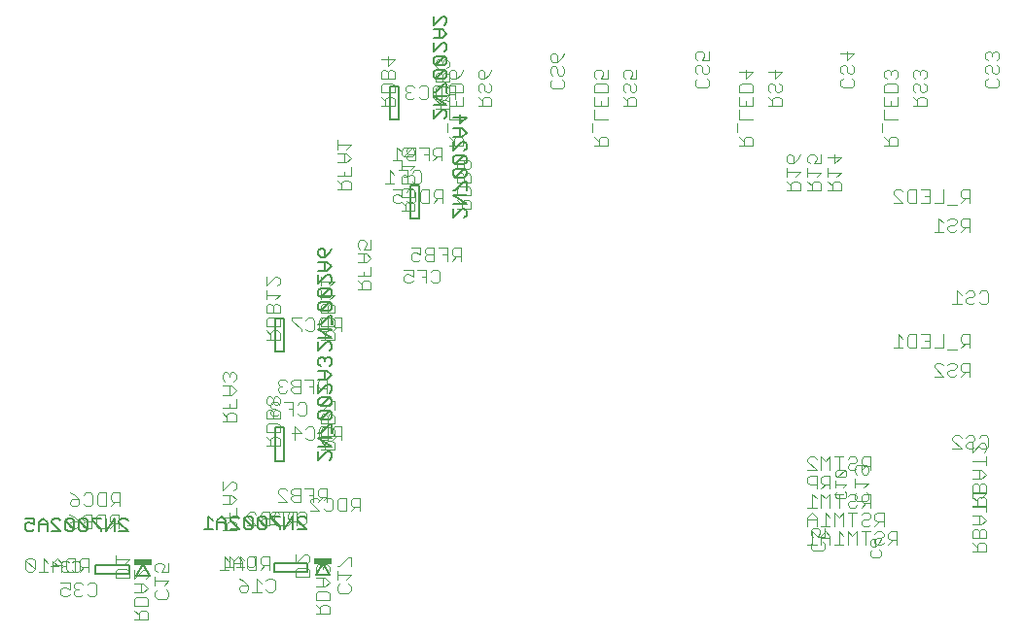
<source format=gbl>
G75*
G70*
%OFA0B0*%
%FSLAX24Y24*%
%IPPOS*%
%LPD*%
%AMOC8*
5,1,8,0,0,1.08239X$1,22.5*
%
%ADD10C,0.0040*%
%ADD11C,0.0060*%
%ADD12C,0.0050*%
%ADD13C,0.0030*%
%ADD14C,0.0080*%
%ADD15R,0.0620X0.0240*%
D10*
X004203Y002252D02*
X004664Y002252D01*
X004664Y002482D01*
X004587Y002559D01*
X004433Y002559D01*
X004357Y002482D01*
X004357Y002252D01*
X004357Y002406D02*
X004203Y002559D01*
X004203Y002713D02*
X004203Y002943D01*
X004280Y003019D01*
X004587Y003019D01*
X004664Y002943D01*
X004664Y002713D01*
X004203Y002713D01*
X004203Y003173D02*
X004510Y003173D01*
X004664Y003326D01*
X004510Y003480D01*
X004203Y003480D01*
X004203Y003633D02*
X004510Y003940D01*
X004587Y003940D01*
X004664Y003864D01*
X004664Y003710D01*
X004587Y003633D01*
X004433Y003480D02*
X004433Y003173D01*
X004912Y003189D02*
X004989Y003266D01*
X004912Y003189D02*
X004912Y003035D01*
X004989Y002959D01*
X005295Y002959D01*
X005372Y003035D01*
X005372Y003189D01*
X005295Y003266D01*
X005219Y003419D02*
X005372Y003572D01*
X004912Y003572D01*
X004912Y003419D02*
X004912Y003726D01*
X004989Y003879D02*
X004912Y003956D01*
X004912Y004110D01*
X004989Y004186D01*
X005142Y004186D01*
X005219Y004110D01*
X005219Y004033D01*
X005142Y003879D01*
X005372Y003879D01*
X005372Y004186D01*
X004203Y003940D02*
X004203Y003633D01*
X004025Y003684D02*
X004025Y003915D01*
X003948Y003991D01*
X003641Y003991D01*
X003564Y003915D01*
X003564Y003684D01*
X004025Y003684D01*
X003871Y004145D02*
X004025Y004298D01*
X003564Y004298D01*
X003564Y004145D02*
X003564Y004452D01*
X002626Y004347D02*
X002626Y003887D01*
X002626Y004040D02*
X002396Y004040D01*
X002319Y004117D01*
X002319Y004271D01*
X002396Y004347D01*
X002626Y004347D01*
X002472Y004040D02*
X002319Y003887D01*
X002165Y003887D02*
X001935Y003887D01*
X001858Y003964D01*
X001858Y004271D01*
X001935Y004347D01*
X002165Y004347D01*
X002165Y003887D01*
X002214Y003511D02*
X002137Y003434D01*
X002137Y003357D01*
X002214Y003281D01*
X002137Y003204D01*
X002137Y003127D01*
X002214Y003050D01*
X002367Y003050D01*
X002444Y003127D01*
X002598Y003127D02*
X002674Y003050D01*
X002828Y003050D01*
X002905Y003127D01*
X002905Y003434D01*
X002828Y003511D01*
X002674Y003511D01*
X002598Y003434D01*
X002444Y003434D02*
X002367Y003511D01*
X002214Y003511D01*
X001984Y003511D02*
X001984Y003281D01*
X001830Y003357D01*
X001754Y003357D01*
X001677Y003281D01*
X001677Y003127D01*
X001754Y003050D01*
X001907Y003050D01*
X001984Y003127D01*
X002214Y003281D02*
X002291Y003281D01*
X001984Y003511D02*
X001677Y003511D01*
X001705Y003887D02*
X001705Y004194D01*
X001551Y004347D01*
X001398Y004194D01*
X001398Y003887D01*
X001245Y003887D02*
X000938Y003887D01*
X001091Y003887D02*
X001091Y004347D01*
X001245Y004194D01*
X001398Y004117D02*
X001705Y004117D01*
X000784Y003964D02*
X000707Y003887D01*
X000554Y003887D01*
X000477Y003964D01*
X000477Y004271D01*
X000784Y003964D01*
X000784Y004271D01*
X000707Y004347D01*
X000554Y004347D01*
X000477Y004271D01*
X001981Y005460D02*
X001981Y005537D01*
X002058Y005613D01*
X002288Y005613D01*
X002288Y005460D01*
X002211Y005383D01*
X002058Y005383D01*
X001981Y005460D01*
X002134Y005767D02*
X002288Y005613D01*
X002441Y005537D02*
X002441Y005460D01*
X002518Y005383D01*
X002748Y005383D01*
X002748Y005843D01*
X002518Y005843D01*
X002441Y005767D01*
X002441Y005690D01*
X002518Y005613D01*
X002748Y005613D01*
X002902Y005460D02*
X002902Y005767D01*
X002978Y005843D01*
X003209Y005843D01*
X003209Y005383D01*
X002978Y005383D01*
X002902Y005460D01*
X002518Y005613D02*
X002441Y005537D01*
X002134Y005767D02*
X001981Y005843D01*
X002079Y006141D02*
X002003Y006218D01*
X002003Y006294D01*
X002079Y006371D01*
X002310Y006371D01*
X002310Y006218D01*
X002233Y006141D01*
X002079Y006141D01*
X002310Y006371D02*
X002156Y006525D01*
X002003Y006601D01*
X002463Y006525D02*
X002540Y006601D01*
X002693Y006601D01*
X002770Y006525D01*
X002770Y006218D01*
X002693Y006141D01*
X002540Y006141D01*
X002463Y006218D01*
X002923Y006218D02*
X002923Y006525D01*
X003000Y006601D01*
X003230Y006601D01*
X003230Y006141D01*
X003000Y006141D01*
X002923Y006218D01*
X003384Y006141D02*
X003537Y006294D01*
X003460Y006294D02*
X003691Y006294D01*
X003691Y006141D02*
X003691Y006601D01*
X003460Y006601D01*
X003384Y006525D01*
X003384Y006371D01*
X003460Y006294D01*
X003439Y005843D02*
X003362Y005767D01*
X003362Y005613D01*
X003439Y005537D01*
X003669Y005537D01*
X003516Y005537D02*
X003362Y005383D01*
X003669Y005383D02*
X003669Y005843D01*
X003439Y005843D01*
X007223Y005762D02*
X007683Y005762D01*
X007683Y006069D01*
X007530Y006222D02*
X007683Y006376D01*
X007530Y006529D01*
X007223Y006529D01*
X007223Y006683D02*
X007530Y006989D01*
X007606Y006989D01*
X007683Y006913D01*
X007683Y006759D01*
X007606Y006683D01*
X007453Y006529D02*
X007453Y006222D01*
X007530Y006222D02*
X007223Y006222D01*
X007453Y005915D02*
X007453Y005762D01*
X007453Y005608D02*
X007376Y005532D01*
X007376Y005301D01*
X007223Y005301D02*
X007683Y005301D01*
X007683Y005532D01*
X007606Y005608D01*
X007453Y005608D01*
X007376Y005455D02*
X007223Y005608D01*
X008073Y005474D02*
X008380Y005474D01*
X008073Y005781D01*
X008073Y005857D01*
X008150Y005934D01*
X008304Y005934D01*
X008380Y005857D01*
X008534Y005857D02*
X008534Y005781D01*
X008611Y005704D01*
X008841Y005704D01*
X008870Y005806D02*
X008870Y005883D01*
X008946Y005960D01*
X009100Y005960D01*
X009177Y005883D01*
X009071Y005934D02*
X009301Y005934D01*
X009301Y005474D01*
X009071Y005474D01*
X008994Y005550D01*
X008994Y005857D01*
X009071Y005934D01*
X008841Y005934D02*
X008611Y005934D01*
X008534Y005857D01*
X008611Y005704D02*
X008534Y005627D01*
X008534Y005550D01*
X008611Y005474D01*
X008841Y005474D01*
X008841Y005934D01*
X008870Y005806D02*
X009177Y005499D01*
X008870Y005499D01*
X009455Y005474D02*
X009608Y005627D01*
X009531Y005627D02*
X009762Y005627D01*
X009791Y005576D02*
X009867Y005499D01*
X010021Y005499D01*
X010097Y005576D01*
X010097Y005883D01*
X010021Y005960D01*
X009867Y005960D01*
X009791Y005883D01*
X009762Y005934D02*
X009531Y005934D01*
X009455Y005857D01*
X009455Y005704D01*
X009531Y005627D01*
X009484Y005729D02*
X009637Y005729D01*
X009637Y005499D02*
X009637Y005960D01*
X009330Y005960D01*
X009762Y005934D02*
X009762Y005474D01*
X010239Y005966D02*
X010546Y005966D01*
X010239Y006273D01*
X010239Y006349D01*
X010316Y006426D01*
X010469Y006426D01*
X010546Y006349D01*
X010501Y006287D02*
X010654Y006440D01*
X010578Y006440D02*
X010808Y006440D01*
X010776Y006426D02*
X010929Y006426D01*
X011006Y006349D01*
X011006Y006042D01*
X010929Y005966D01*
X010776Y005966D01*
X010699Y006042D01*
X010808Y006287D02*
X010808Y006747D01*
X010578Y006747D01*
X010501Y006670D01*
X010501Y006517D01*
X010578Y006440D01*
X010699Y006349D02*
X010776Y006426D01*
X011160Y006349D02*
X011160Y006042D01*
X011236Y005966D01*
X011467Y005966D01*
X011467Y006426D01*
X011236Y006426D01*
X011160Y006349D01*
X011620Y006349D02*
X011620Y006196D01*
X011697Y006119D01*
X011927Y006119D01*
X011927Y005966D02*
X011927Y006426D01*
X011697Y006426D01*
X011620Y006349D01*
X011773Y006119D02*
X011620Y005966D01*
X010347Y006287D02*
X010347Y006747D01*
X010041Y006747D01*
X009887Y006747D02*
X009657Y006747D01*
X009580Y006670D01*
X009580Y006594D01*
X009657Y006517D01*
X009887Y006517D01*
X009887Y006287D02*
X009887Y006747D01*
X009657Y006517D02*
X009580Y006440D01*
X009580Y006363D01*
X009657Y006287D01*
X009887Y006287D01*
X010194Y006517D02*
X010347Y006517D01*
X009427Y006670D02*
X009350Y006747D01*
X009196Y006747D01*
X009120Y006670D01*
X009120Y006594D01*
X009427Y006287D01*
X009120Y006287D01*
X007223Y006683D02*
X007223Y006989D01*
X008723Y008218D02*
X009183Y008218D01*
X009183Y008448D01*
X009106Y008525D01*
X008953Y008525D01*
X008876Y008448D01*
X008876Y008218D01*
X008876Y008371D02*
X008723Y008525D01*
X008723Y008678D02*
X008723Y008908D01*
X008800Y008985D01*
X009106Y008985D01*
X009183Y008908D01*
X009183Y008678D01*
X008723Y008678D01*
X008723Y009139D02*
X008723Y009369D01*
X008800Y009445D01*
X008876Y009445D01*
X008953Y009369D01*
X008953Y009139D01*
X008946Y009239D02*
X009100Y009239D01*
X009177Y009316D01*
X009183Y009369D02*
X009106Y009445D01*
X009030Y009445D01*
X008953Y009369D01*
X008870Y009393D02*
X008870Y009316D01*
X008946Y009239D01*
X008870Y009393D02*
X008946Y009470D01*
X009023Y009470D01*
X008946Y009470D02*
X008870Y009546D01*
X008870Y009623D01*
X008946Y009700D01*
X009100Y009700D01*
X009177Y009623D01*
X009183Y009676D02*
X009183Y009829D01*
X009106Y009906D01*
X009030Y009906D01*
X008953Y009829D01*
X008953Y009676D01*
X009030Y009599D01*
X009106Y009599D01*
X009183Y009676D01*
X009330Y009700D02*
X009637Y009700D01*
X009637Y009239D01*
X009791Y009316D02*
X009867Y009239D01*
X010021Y009239D01*
X010097Y009316D01*
X010097Y009623D01*
X010021Y009700D01*
X009867Y009700D01*
X009791Y009623D01*
X009637Y009470D02*
X009484Y009470D01*
X009183Y009369D02*
X009183Y009139D01*
X008723Y009139D01*
X008800Y009599D02*
X008876Y009599D01*
X008953Y009676D01*
X008953Y009829D02*
X008876Y009906D01*
X008800Y009906D01*
X008723Y009829D01*
X008723Y009676D01*
X008800Y009599D01*
X009196Y010027D02*
X009350Y010027D01*
X009427Y010104D01*
X009580Y010104D02*
X009657Y010027D01*
X009887Y010027D01*
X009887Y010487D01*
X009657Y010487D01*
X009580Y010410D01*
X009580Y010334D01*
X009657Y010257D01*
X009887Y010257D01*
X009657Y010257D02*
X009580Y010180D01*
X009580Y010104D01*
X009273Y010257D02*
X009196Y010257D01*
X009120Y010180D01*
X009120Y010104D01*
X009196Y010027D01*
X009196Y010257D02*
X009120Y010334D01*
X009120Y010410D01*
X009196Y010487D01*
X009350Y010487D01*
X009427Y010410D01*
X010041Y010487D02*
X010347Y010487D01*
X010347Y010027D01*
X010501Y010027D02*
X010654Y010180D01*
X010578Y010180D02*
X010808Y010180D01*
X010808Y010027D02*
X010808Y010487D01*
X010578Y010487D01*
X010501Y010410D01*
X010501Y010257D01*
X010578Y010180D01*
X010347Y010257D02*
X010194Y010257D01*
X010977Y009758D02*
X010670Y009451D01*
X010593Y009451D01*
X010670Y009298D02*
X010593Y009221D01*
X010593Y008991D01*
X011053Y008991D01*
X011053Y009221D01*
X010977Y009298D01*
X010900Y009298D01*
X010823Y009221D01*
X010823Y008991D01*
X010840Y008863D02*
X010609Y008863D01*
X010533Y008786D01*
X010533Y008479D01*
X010609Y008403D01*
X010840Y008403D01*
X010840Y008863D01*
X010977Y008837D02*
X011053Y008761D01*
X011053Y008530D01*
X010593Y008530D01*
X010593Y008761D01*
X010670Y008837D01*
X010977Y008837D01*
X010993Y008786D02*
X010993Y008633D01*
X011070Y008556D01*
X011300Y008556D01*
X011300Y008403D02*
X011300Y008863D01*
X011070Y008863D01*
X010993Y008786D01*
X011147Y008556D02*
X010993Y008403D01*
X010977Y008377D02*
X010823Y008377D01*
X010746Y008300D01*
X010746Y008070D01*
X010593Y008070D02*
X011053Y008070D01*
X011053Y008300D01*
X010977Y008377D01*
X010746Y008224D02*
X010593Y008377D01*
X010379Y008479D02*
X010302Y008403D01*
X010149Y008403D01*
X010072Y008479D01*
X009919Y008633D02*
X009612Y008633D01*
X009689Y008403D02*
X009689Y008863D01*
X009919Y008633D01*
X010072Y008786D02*
X010149Y008863D01*
X010302Y008863D01*
X010379Y008786D01*
X010379Y008479D01*
X010823Y009221D02*
X010746Y009298D01*
X010670Y009298D01*
X011053Y009451D02*
X011053Y009758D01*
X010977Y009758D01*
X011053Y011859D02*
X010593Y011859D01*
X010746Y011859D02*
X010746Y012090D01*
X010823Y012166D01*
X010977Y012166D01*
X011053Y012090D01*
X011053Y011859D01*
X010993Y012143D02*
X011147Y012296D01*
X011070Y012296D02*
X011300Y012296D01*
X011300Y012143D02*
X011300Y012603D01*
X011070Y012603D01*
X010993Y012527D01*
X010993Y012373D01*
X011070Y012296D01*
X011053Y012320D02*
X011053Y012550D01*
X010977Y012627D01*
X010670Y012627D01*
X010593Y012550D01*
X010593Y012320D01*
X011053Y012320D01*
X010840Y012143D02*
X010609Y012143D01*
X010533Y012220D01*
X010533Y012527D01*
X010609Y012603D01*
X010840Y012603D01*
X010840Y012143D01*
X010746Y012013D02*
X010593Y012166D01*
X010379Y012220D02*
X010302Y012143D01*
X010149Y012143D01*
X010072Y012220D01*
X009919Y012220D02*
X009919Y012143D01*
X009919Y012220D02*
X009612Y012527D01*
X009612Y012603D01*
X009919Y012603D01*
X010072Y012527D02*
X010149Y012603D01*
X010302Y012603D01*
X010379Y012527D01*
X010379Y012220D01*
X010593Y012780D02*
X010593Y013010D01*
X010670Y013087D01*
X010746Y013087D01*
X010823Y013010D01*
X010823Y012780D01*
X010593Y012780D02*
X011053Y012780D01*
X011053Y013010D01*
X010977Y013087D01*
X010900Y013087D01*
X010823Y013010D01*
X010900Y013241D02*
X011053Y013394D01*
X010593Y013394D01*
X010593Y013241D02*
X010593Y013548D01*
X010593Y013701D02*
X010593Y014008D01*
X010593Y013854D02*
X011053Y013854D01*
X010900Y013701D01*
X011851Y013581D02*
X012311Y013581D01*
X012311Y013811D01*
X012234Y013888D01*
X012081Y013888D01*
X012004Y013811D01*
X012004Y013581D01*
X012004Y013734D02*
X011851Y013888D01*
X011851Y014041D02*
X012311Y014041D01*
X012311Y014348D01*
X012158Y014502D02*
X012311Y014655D01*
X012158Y014809D01*
X011851Y014809D01*
X011927Y014962D02*
X011851Y015039D01*
X011851Y015192D01*
X011927Y015269D01*
X012081Y015269D01*
X012158Y015192D01*
X012158Y015116D01*
X012081Y014962D01*
X012311Y014962D01*
X012311Y015269D01*
X012081Y014809D02*
X012081Y014502D01*
X012158Y014502D02*
X011851Y014502D01*
X012081Y014195D02*
X012081Y014041D01*
X013443Y014029D02*
X013443Y013875D01*
X013519Y013798D01*
X013673Y013798D01*
X013750Y013875D01*
X013750Y014029D02*
X013596Y014105D01*
X013519Y014105D01*
X013443Y014029D01*
X013443Y014259D02*
X013750Y014259D01*
X013750Y014029D01*
X013903Y014259D02*
X014210Y014259D01*
X014210Y013798D01*
X014363Y013875D02*
X014440Y013798D01*
X014594Y013798D01*
X014670Y013875D01*
X014670Y014182D01*
X014594Y014259D01*
X014440Y014259D01*
X014363Y014182D01*
X014210Y014029D02*
X014056Y014029D01*
X013931Y014546D02*
X014007Y014623D01*
X013931Y014546D02*
X013777Y014546D01*
X013700Y014623D01*
X013700Y014777D01*
X013777Y014853D01*
X013854Y014853D01*
X014007Y014777D01*
X014007Y015007D01*
X013700Y015007D01*
X014161Y014930D02*
X014161Y014853D01*
X014238Y014777D01*
X014468Y014777D01*
X014468Y015007D02*
X014238Y015007D01*
X014161Y014930D01*
X014238Y014777D02*
X014161Y014700D01*
X014161Y014623D01*
X014238Y014546D01*
X014468Y014546D01*
X014468Y015007D01*
X014621Y015007D02*
X014928Y015007D01*
X014928Y014546D01*
X015082Y014546D02*
X015235Y014700D01*
X015158Y014700D02*
X015389Y014700D01*
X015389Y014546D02*
X015389Y015007D01*
X015158Y015007D01*
X015082Y014930D01*
X015082Y014777D01*
X015158Y014700D01*
X014928Y014777D02*
X014775Y014777D01*
X015268Y016338D02*
X015728Y016338D01*
X015728Y016568D01*
X015652Y016645D01*
X015498Y016645D01*
X015422Y016568D01*
X015422Y016338D01*
X015422Y016491D02*
X015268Y016645D01*
X015268Y016798D02*
X015268Y017028D01*
X015345Y017105D01*
X015652Y017105D01*
X015728Y017028D01*
X015728Y016798D01*
X015268Y016798D01*
X015268Y017259D02*
X015268Y017489D01*
X015345Y017566D01*
X015422Y017566D01*
X015498Y017489D01*
X015498Y017259D01*
X015498Y017489D02*
X015575Y017566D01*
X015652Y017566D01*
X015728Y017489D01*
X015728Y017259D01*
X015268Y017259D01*
X015345Y017719D02*
X015268Y017796D01*
X015268Y017949D01*
X015345Y018026D01*
X015652Y018026D01*
X015728Y017949D01*
X015728Y017796D01*
X015652Y017719D01*
X015575Y017719D01*
X015498Y017796D01*
X015498Y018026D01*
X015459Y018505D02*
X014998Y018505D01*
X015152Y018505D02*
X015152Y018735D01*
X015229Y018811D01*
X015382Y018811D01*
X015459Y018735D01*
X015459Y018505D01*
X015152Y018658D02*
X014998Y018811D01*
X014922Y018965D02*
X014922Y019272D01*
X014998Y019425D02*
X014998Y019732D01*
X014990Y019783D02*
X014990Y020013D01*
X014914Y020090D01*
X014760Y020090D01*
X014683Y020013D01*
X014683Y019783D01*
X014530Y019783D02*
X014990Y019783D01*
X014998Y019886D02*
X014998Y020193D01*
X014990Y020243D02*
X014990Y020473D01*
X014914Y020550D01*
X014607Y020550D01*
X014530Y020473D01*
X014530Y020243D01*
X014990Y020243D01*
X014958Y020269D02*
X015188Y020269D01*
X015188Y020115D02*
X015188Y020576D01*
X014958Y020576D01*
X014881Y020499D01*
X014881Y020346D01*
X014958Y020269D01*
X015034Y020269D02*
X014881Y020115D01*
X014727Y020115D02*
X014497Y020115D01*
X014420Y020192D01*
X014420Y020499D01*
X014497Y020576D01*
X014727Y020576D01*
X014727Y020115D01*
X014683Y019936D02*
X014530Y020090D01*
X014267Y020192D02*
X014190Y020115D01*
X014037Y020115D01*
X013960Y020192D01*
X013807Y020192D02*
X013730Y020115D01*
X013576Y020115D01*
X013500Y020192D01*
X013500Y020269D01*
X013576Y020346D01*
X013653Y020346D01*
X013576Y020346D02*
X013500Y020422D01*
X013500Y020499D01*
X013576Y020576D01*
X013730Y020576D01*
X013807Y020499D01*
X013960Y020499D02*
X014037Y020576D01*
X014190Y020576D01*
X014267Y020499D01*
X014267Y020192D01*
X014530Y020703D02*
X014530Y020934D01*
X014607Y021010D01*
X014683Y021010D01*
X014760Y020934D01*
X014760Y020703D01*
X014530Y020703D02*
X014990Y020703D01*
X014990Y020934D01*
X014914Y021010D01*
X014837Y021010D01*
X014760Y020934D01*
X014998Y020883D02*
X014998Y021037D01*
X015075Y021113D01*
X015152Y021113D01*
X015229Y021037D01*
X015229Y020807D01*
X015075Y020807D01*
X014998Y020883D01*
X015075Y020653D02*
X015382Y020653D01*
X015459Y020576D01*
X015459Y020346D01*
X014998Y020346D01*
X014998Y020576D01*
X015075Y020653D01*
X015229Y020807D02*
X015382Y020960D01*
X015459Y021113D01*
X014990Y021241D02*
X014990Y021394D01*
X014914Y021471D01*
X014837Y021471D01*
X014760Y021394D01*
X014683Y021471D01*
X014607Y021471D01*
X014530Y021394D01*
X014530Y021241D01*
X014607Y021164D01*
X014760Y021317D02*
X014760Y021394D01*
X014914Y021164D02*
X014990Y021241D01*
X015983Y021037D02*
X015983Y020883D01*
X016059Y020807D01*
X016213Y020807D01*
X016213Y021037D01*
X016136Y021113D01*
X016059Y021113D01*
X015983Y021037D01*
X016213Y020807D02*
X016366Y020960D01*
X016443Y021113D01*
X016366Y020653D02*
X016443Y020576D01*
X016443Y020423D01*
X016366Y020346D01*
X016290Y020346D01*
X016213Y020423D01*
X016213Y020576D01*
X016136Y020653D01*
X016059Y020653D01*
X015983Y020576D01*
X015983Y020423D01*
X016059Y020346D01*
X015983Y020193D02*
X016136Y020039D01*
X016136Y020116D02*
X016136Y019886D01*
X015983Y019886D02*
X016443Y019886D01*
X016443Y020116D01*
X016366Y020193D01*
X016213Y020193D01*
X016136Y020116D01*
X015459Y020193D02*
X015459Y019886D01*
X014998Y019886D01*
X015229Y019886D02*
X015229Y020039D01*
X015459Y019425D02*
X014998Y019425D01*
X014745Y018460D02*
X014515Y018460D01*
X014438Y018383D01*
X014438Y018229D01*
X014515Y018153D01*
X014745Y018153D01*
X014591Y018153D02*
X014438Y017999D01*
X014284Y017999D02*
X014284Y018460D01*
X013978Y018460D01*
X013824Y018460D02*
X013594Y018460D01*
X013517Y018383D01*
X013517Y018306D01*
X013594Y018229D01*
X013824Y018229D01*
X013809Y018207D02*
X013809Y018360D01*
X013732Y018437D01*
X013426Y018130D01*
X013349Y018207D01*
X013349Y018360D01*
X013426Y018437D01*
X013732Y018437D01*
X013824Y018460D02*
X013824Y017999D01*
X013594Y017999D01*
X013517Y018076D01*
X013517Y018153D01*
X013594Y018229D01*
X013732Y018130D02*
X013809Y018207D01*
X013732Y018130D02*
X013426Y018130D01*
X013364Y017999D02*
X013057Y017999D01*
X013210Y017999D02*
X013210Y018460D01*
X013364Y018306D01*
X013349Y017977D02*
X013349Y017670D01*
X013267Y017672D02*
X013574Y017672D01*
X013574Y017212D01*
X013579Y017209D02*
X013579Y017440D01*
X013502Y017516D01*
X013426Y017516D01*
X013349Y017440D01*
X013349Y017209D01*
X013809Y017209D01*
X013809Y017440D01*
X013732Y017516D01*
X013656Y017516D01*
X013579Y017440D01*
X013574Y017442D02*
X013421Y017442D01*
X013114Y017519D02*
X012960Y017672D01*
X012960Y017212D01*
X012807Y017212D02*
X013114Y017212D01*
X013073Y017005D02*
X013379Y017005D01*
X013379Y016775D01*
X013226Y016851D01*
X013149Y016851D01*
X013073Y016775D01*
X013073Y016621D01*
X013149Y016544D01*
X013303Y016544D01*
X013379Y016621D01*
X013349Y016596D02*
X013502Y016442D01*
X013502Y016519D02*
X013502Y016289D01*
X013349Y016289D02*
X013809Y016289D01*
X013809Y016519D01*
X013732Y016596D01*
X013579Y016596D01*
X013502Y016519D01*
X013533Y016621D02*
X013610Y016544D01*
X013763Y016544D01*
X013840Y016621D01*
X013840Y016928D01*
X013763Y017005D01*
X013610Y017005D01*
X013533Y016928D01*
X013426Y017056D02*
X013732Y017056D01*
X013809Y016979D01*
X013809Y016749D01*
X013349Y016749D01*
X013349Y016979D01*
X013426Y017056D01*
X013728Y017289D02*
X013804Y017212D01*
X013958Y017212D01*
X014034Y017289D01*
X014034Y017595D01*
X013958Y017672D01*
X013804Y017672D01*
X013728Y017595D01*
X013656Y017670D02*
X013809Y017823D01*
X013349Y017823D01*
X014131Y018229D02*
X014284Y018229D01*
X014745Y017999D02*
X014745Y018460D01*
X014761Y017005D02*
X014530Y017005D01*
X014454Y016928D01*
X014454Y016775D01*
X014530Y016698D01*
X014761Y016698D01*
X014761Y016544D02*
X014761Y017005D01*
X014607Y016698D02*
X014454Y016544D01*
X014300Y016544D02*
X014070Y016544D01*
X013993Y016621D01*
X013993Y016928D01*
X014070Y017005D01*
X014300Y017005D01*
X014300Y016544D01*
X011620Y017014D02*
X011620Y017244D01*
X011543Y017321D01*
X011390Y017321D01*
X011313Y017244D01*
X011313Y017014D01*
X011160Y017014D02*
X011620Y017014D01*
X011313Y017167D02*
X011160Y017321D01*
X011160Y017474D02*
X011620Y017474D01*
X011620Y017781D01*
X011467Y017935D02*
X011160Y017935D01*
X011390Y017935D02*
X011390Y018242D01*
X011467Y018242D02*
X011160Y018242D01*
X011160Y018395D02*
X011160Y018702D01*
X011160Y018549D02*
X011620Y018549D01*
X011467Y018395D01*
X011467Y018242D02*
X011620Y018088D01*
X011467Y017935D01*
X011390Y017628D02*
X011390Y017474D01*
X012660Y019881D02*
X013120Y019881D01*
X013120Y020111D01*
X013043Y020188D01*
X012890Y020188D01*
X012813Y020111D01*
X012813Y019881D01*
X012813Y020035D02*
X012660Y020188D01*
X012660Y020341D02*
X012660Y020572D01*
X012737Y020648D01*
X013043Y020648D01*
X013120Y020572D01*
X013120Y020341D01*
X012660Y020341D01*
X012660Y020802D02*
X012660Y021032D01*
X012737Y021109D01*
X012813Y021109D01*
X012890Y021032D01*
X012890Y020802D01*
X012890Y021032D02*
X012967Y021109D01*
X013043Y021109D01*
X013120Y021032D01*
X013120Y020802D01*
X012660Y020802D01*
X012890Y021262D02*
X012890Y021569D01*
X012660Y021492D02*
X013120Y021492D01*
X012890Y021262D01*
X018467Y021158D02*
X018467Y021005D01*
X018544Y020928D01*
X018544Y020775D02*
X018467Y020698D01*
X018467Y020544D01*
X018544Y020468D01*
X018851Y020468D01*
X018927Y020544D01*
X018927Y020698D01*
X018851Y020775D01*
X018851Y020928D02*
X018774Y020928D01*
X018697Y021005D01*
X018697Y021158D01*
X018620Y021235D01*
X018544Y021235D01*
X018467Y021158D01*
X018544Y021389D02*
X018467Y021465D01*
X018467Y021619D01*
X018544Y021695D01*
X018620Y021695D01*
X018697Y021619D01*
X018697Y021389D01*
X018544Y021389D01*
X018697Y021389D02*
X018851Y021542D01*
X018927Y021695D01*
X018851Y021235D02*
X018927Y021158D01*
X018927Y021005D01*
X018851Y020928D01*
X019969Y020883D02*
X020046Y020807D01*
X019969Y020883D02*
X019969Y021037D01*
X020046Y021113D01*
X020199Y021113D01*
X020276Y021037D01*
X020276Y020960D01*
X020199Y020807D01*
X020429Y020807D01*
X020429Y021113D01*
X020953Y021037D02*
X020953Y020883D01*
X021030Y020807D01*
X021183Y020807D02*
X021260Y020960D01*
X021260Y021037D01*
X021183Y021113D01*
X021030Y021113D01*
X020953Y021037D01*
X021183Y020807D02*
X021414Y020807D01*
X021414Y021113D01*
X021337Y020653D02*
X021414Y020576D01*
X021414Y020423D01*
X021337Y020346D01*
X021260Y020346D01*
X021183Y020423D01*
X021183Y020576D01*
X021107Y020653D01*
X021030Y020653D01*
X020953Y020576D01*
X020953Y020423D01*
X021030Y020346D01*
X020953Y020193D02*
X021107Y020039D01*
X021107Y020116D02*
X021107Y019886D01*
X020953Y019886D02*
X021414Y019886D01*
X021414Y020116D01*
X021337Y020193D01*
X021183Y020193D01*
X021107Y020116D01*
X020429Y020193D02*
X020429Y019886D01*
X019969Y019886D01*
X019969Y020193D01*
X019969Y020346D02*
X019969Y020576D01*
X020046Y020653D01*
X020353Y020653D01*
X020429Y020576D01*
X020429Y020346D01*
X019969Y020346D01*
X020199Y020039D02*
X020199Y019886D01*
X019969Y019732D02*
X019969Y019425D01*
X020429Y019425D01*
X019892Y019272D02*
X019892Y018965D01*
X019969Y018811D02*
X020122Y018658D01*
X020122Y018735D02*
X020122Y018505D01*
X019969Y018505D02*
X020429Y018505D01*
X020429Y018735D01*
X020353Y018811D01*
X020199Y018811D01*
X020122Y018735D01*
X023437Y020594D02*
X023514Y020517D01*
X023821Y020517D01*
X023898Y020594D01*
X023898Y020747D01*
X023821Y020824D01*
X023821Y020977D02*
X023744Y020977D01*
X023668Y021054D01*
X023668Y021208D01*
X023591Y021284D01*
X023514Y021284D01*
X023437Y021208D01*
X023437Y021054D01*
X023514Y020977D01*
X023514Y020824D02*
X023437Y020747D01*
X023437Y020594D01*
X023821Y020977D02*
X023898Y021054D01*
X023898Y021208D01*
X023821Y021284D01*
X023898Y021438D02*
X023668Y021438D01*
X023744Y021591D01*
X023744Y021668D01*
X023668Y021745D01*
X023514Y021745D01*
X023437Y021668D01*
X023437Y021514D01*
X023514Y021438D01*
X023898Y021438D02*
X023898Y021745D01*
X024939Y021037D02*
X025400Y021037D01*
X025170Y020807D01*
X025170Y021113D01*
X025323Y020653D02*
X025016Y020653D01*
X024939Y020576D01*
X024939Y020346D01*
X025400Y020346D01*
X025400Y020576D01*
X025323Y020653D01*
X025400Y020193D02*
X025400Y019886D01*
X024939Y019886D01*
X024939Y020193D01*
X025170Y020039D02*
X025170Y019886D01*
X024939Y019732D02*
X024939Y019425D01*
X025400Y019425D01*
X024863Y019272D02*
X024863Y018965D01*
X024939Y018811D02*
X025093Y018658D01*
X025093Y018735D02*
X025093Y018505D01*
X024939Y018505D02*
X025400Y018505D01*
X025400Y018735D01*
X025323Y018811D01*
X025170Y018811D01*
X025093Y018735D01*
X025924Y019886D02*
X026384Y019886D01*
X026384Y020116D01*
X026307Y020193D01*
X026154Y020193D01*
X026077Y020116D01*
X026077Y019886D01*
X026077Y020039D02*
X025924Y020193D01*
X026000Y020346D02*
X025924Y020423D01*
X025924Y020576D01*
X026000Y020653D01*
X026077Y020653D01*
X026154Y020576D01*
X026154Y020423D01*
X026231Y020346D01*
X026307Y020346D01*
X026384Y020423D01*
X026384Y020576D01*
X026307Y020653D01*
X026154Y020807D02*
X026154Y021113D01*
X025924Y021037D02*
X026384Y021037D01*
X026154Y020807D01*
X028408Y020747D02*
X028485Y020824D01*
X028408Y020747D02*
X028408Y020594D01*
X028485Y020517D01*
X028792Y020517D01*
X028868Y020594D01*
X028868Y020747D01*
X028792Y020824D01*
X028792Y020977D02*
X028715Y020977D01*
X028638Y021054D01*
X028638Y021208D01*
X028561Y021284D01*
X028485Y021284D01*
X028408Y021208D01*
X028408Y021054D01*
X028485Y020977D01*
X028792Y020977D02*
X028868Y021054D01*
X028868Y021208D01*
X028792Y021284D01*
X028638Y021438D02*
X028638Y021745D01*
X028408Y021668D02*
X028868Y021668D01*
X028638Y021438D01*
X029910Y021037D02*
X029910Y020883D01*
X029987Y020807D01*
X029987Y020653D02*
X029910Y020576D01*
X029910Y020346D01*
X030370Y020346D01*
X030370Y020576D01*
X030293Y020653D01*
X029987Y020653D01*
X030293Y020807D02*
X030370Y020883D01*
X030370Y021037D01*
X030293Y021113D01*
X030217Y021113D01*
X030140Y021037D01*
X030063Y021113D01*
X029987Y021113D01*
X029910Y021037D01*
X030140Y021037D02*
X030140Y020960D01*
X030894Y021037D02*
X030894Y020883D01*
X030971Y020807D01*
X030971Y020653D02*
X030894Y020576D01*
X030894Y020423D01*
X030971Y020346D01*
X031124Y020423D02*
X031124Y020576D01*
X031048Y020653D01*
X030971Y020653D01*
X031124Y020423D02*
X031201Y020346D01*
X031278Y020346D01*
X031354Y020423D01*
X031354Y020576D01*
X031278Y020653D01*
X031278Y020807D02*
X031354Y020883D01*
X031354Y021037D01*
X031278Y021113D01*
X031201Y021113D01*
X031124Y021037D01*
X031048Y021113D01*
X030971Y021113D01*
X030894Y021037D01*
X031124Y021037D02*
X031124Y020960D01*
X031124Y020193D02*
X031048Y020116D01*
X031048Y019886D01*
X031048Y020039D02*
X030894Y020193D01*
X031124Y020193D02*
X031278Y020193D01*
X031354Y020116D01*
X031354Y019886D01*
X030894Y019886D01*
X030370Y019886D02*
X030370Y020193D01*
X030140Y020039D02*
X030140Y019886D01*
X029910Y019886D02*
X029910Y020193D01*
X029910Y019886D02*
X030370Y019886D01*
X030370Y019425D02*
X029910Y019425D01*
X029910Y019732D01*
X029833Y019272D02*
X029833Y018965D01*
X029910Y018811D02*
X030063Y018658D01*
X030063Y018735D02*
X030063Y018505D01*
X029910Y018505D02*
X030370Y018505D01*
X030370Y018735D01*
X030293Y018811D01*
X030140Y018811D01*
X030063Y018735D01*
X028425Y018129D02*
X028195Y017898D01*
X028195Y018205D01*
X027965Y018129D02*
X028425Y018129D01*
X028425Y017591D02*
X027965Y017591D01*
X027965Y017438D02*
X027965Y017745D01*
X027736Y017898D02*
X027506Y017898D01*
X027583Y018052D01*
X027583Y018129D01*
X027506Y018205D01*
X027353Y018205D01*
X027276Y018129D01*
X027276Y017975D01*
X027353Y017898D01*
X027276Y017745D02*
X027276Y017438D01*
X027276Y017591D02*
X027736Y017591D01*
X027583Y017438D01*
X027660Y017284D02*
X027506Y017284D01*
X027429Y017208D01*
X027429Y016978D01*
X027429Y017131D02*
X027276Y017284D01*
X027016Y017214D02*
X027016Y016983D01*
X026555Y016983D01*
X026709Y016983D02*
X026709Y017214D01*
X026786Y017290D01*
X026939Y017290D01*
X027016Y017214D01*
X026862Y017444D02*
X027016Y017597D01*
X026555Y017597D01*
X026555Y017444D02*
X026555Y017751D01*
X026632Y017904D02*
X026555Y017981D01*
X026555Y018134D01*
X026632Y018211D01*
X026709Y018211D01*
X026786Y018134D01*
X026786Y017904D01*
X026632Y017904D01*
X026786Y017904D02*
X026939Y018058D01*
X027016Y018211D01*
X027736Y018205D02*
X027736Y017898D01*
X028272Y017438D02*
X028425Y017591D01*
X028349Y017284D02*
X028195Y017284D01*
X028118Y017208D01*
X028118Y016978D01*
X028118Y017131D02*
X027965Y017284D01*
X027736Y017208D02*
X027736Y016978D01*
X027276Y016978D01*
X027660Y017284D02*
X027736Y017208D01*
X027965Y016978D02*
X028425Y016978D01*
X028425Y017208D01*
X028349Y017284D01*
X026709Y017137D02*
X026555Y017290D01*
X030233Y016930D02*
X030233Y016853D01*
X030540Y016546D01*
X030233Y016546D01*
X030233Y016930D02*
X030310Y017007D01*
X030464Y017007D01*
X030540Y016930D01*
X030694Y016930D02*
X030770Y017007D01*
X031001Y017007D01*
X031001Y016546D01*
X030770Y016546D01*
X030694Y016623D01*
X030694Y016930D01*
X031154Y017007D02*
X031461Y017007D01*
X031461Y016546D01*
X031154Y016546D01*
X031308Y016777D02*
X031461Y016777D01*
X031615Y016546D02*
X031921Y016546D01*
X031921Y017007D01*
X032075Y016470D02*
X032382Y016470D01*
X032535Y016546D02*
X032689Y016700D01*
X032612Y016700D02*
X032842Y016700D01*
X032842Y016546D02*
X032842Y017007D01*
X032612Y017007D01*
X032535Y016930D01*
X032535Y016777D01*
X032612Y016700D01*
X032612Y016023D02*
X032535Y015946D01*
X032535Y015792D01*
X032612Y015716D01*
X032842Y015716D01*
X032689Y015716D02*
X032535Y015562D01*
X032382Y015639D02*
X032305Y015562D01*
X032152Y015562D01*
X032075Y015639D01*
X032075Y015716D01*
X032152Y015792D01*
X032305Y015792D01*
X032382Y015869D01*
X032382Y015946D01*
X032305Y016023D01*
X032152Y016023D01*
X032075Y015946D01*
X031921Y015869D02*
X031768Y016023D01*
X031768Y015562D01*
X031921Y015562D02*
X031615Y015562D01*
X032612Y016023D02*
X032842Y016023D01*
X032842Y015562D01*
X032783Y013538D02*
X032706Y013462D01*
X032783Y013538D02*
X032936Y013538D01*
X033013Y013462D01*
X033013Y013385D01*
X032936Y013308D01*
X032783Y013308D01*
X032706Y013231D01*
X032706Y013155D01*
X032783Y013078D01*
X032936Y013078D01*
X033013Y013155D01*
X033167Y013155D02*
X033243Y013078D01*
X033397Y013078D01*
X033473Y013155D01*
X033473Y013462D01*
X033397Y013538D01*
X033243Y013538D01*
X033167Y013462D01*
X032553Y013385D02*
X032399Y013538D01*
X032399Y013078D01*
X032246Y013078D02*
X032553Y013078D01*
X032612Y012036D02*
X032535Y011960D01*
X032535Y011806D01*
X032612Y011729D01*
X032842Y011729D01*
X032842Y011576D02*
X032842Y012036D01*
X032612Y012036D01*
X032689Y011729D02*
X032535Y011576D01*
X032382Y011499D02*
X032075Y011499D01*
X031921Y011576D02*
X031615Y011576D01*
X031461Y011576D02*
X031154Y011576D01*
X031001Y011576D02*
X030770Y011576D01*
X030694Y011653D01*
X030694Y011960D01*
X030770Y012036D01*
X031001Y012036D01*
X031001Y011576D01*
X031308Y011806D02*
X031461Y011806D01*
X031461Y012036D02*
X031461Y011576D01*
X031921Y011576D02*
X031921Y012036D01*
X031461Y012036D02*
X031154Y012036D01*
X030540Y011883D02*
X030387Y012036D01*
X030387Y011576D01*
X030540Y011576D02*
X030233Y011576D01*
X031615Y010975D02*
X031691Y011052D01*
X031845Y011052D01*
X031921Y010975D01*
X032075Y010975D02*
X032152Y011052D01*
X032305Y011052D01*
X032382Y010975D01*
X032382Y010899D01*
X032305Y010822D01*
X032152Y010822D01*
X032075Y010745D01*
X032075Y010668D01*
X032152Y010592D01*
X032305Y010592D01*
X032382Y010668D01*
X032535Y010592D02*
X032689Y010745D01*
X032612Y010745D02*
X032842Y010745D01*
X032842Y010592D02*
X032842Y011052D01*
X032612Y011052D01*
X032535Y010975D01*
X032535Y010822D01*
X032612Y010745D01*
X031921Y010592D02*
X031615Y010899D01*
X031615Y010975D01*
X031615Y010592D02*
X031921Y010592D01*
X032322Y008568D02*
X032476Y008568D01*
X032553Y008491D01*
X032706Y008491D02*
X032783Y008568D01*
X032936Y008568D01*
X033013Y008491D01*
X033013Y008414D01*
X032936Y008338D01*
X032783Y008338D01*
X032706Y008261D01*
X032706Y008184D01*
X032783Y008107D01*
X032936Y008107D01*
X033013Y008184D01*
X032935Y008299D02*
X032935Y007992D01*
X033242Y008299D01*
X033319Y008299D01*
X033396Y008223D01*
X033396Y008069D01*
X033319Y007992D01*
X033243Y008107D02*
X033167Y008184D01*
X033243Y008107D02*
X033397Y008107D01*
X033473Y008184D01*
X033473Y008491D01*
X033397Y008568D01*
X033243Y008568D01*
X033167Y008491D01*
X032553Y008107D02*
X032246Y008414D01*
X032246Y008491D01*
X032322Y008568D01*
X032246Y008107D02*
X032553Y008107D01*
X032935Y007685D02*
X033396Y007685D01*
X033396Y007532D02*
X033396Y007839D01*
X033242Y007379D02*
X032935Y007379D01*
X033166Y007379D02*
X033166Y007072D01*
X033242Y007072D02*
X033396Y007225D01*
X033242Y007379D01*
X033242Y007072D02*
X032935Y007072D01*
X033012Y006918D02*
X032935Y006841D01*
X032935Y006611D01*
X033396Y006611D01*
X033396Y006841D01*
X033319Y006918D01*
X033242Y006918D01*
X033166Y006841D01*
X033166Y006611D01*
X033166Y006458D02*
X033089Y006381D01*
X033089Y006151D01*
X033089Y006304D02*
X032935Y006458D01*
X032935Y006418D02*
X032935Y006724D01*
X032935Y006571D02*
X033396Y006571D01*
X033242Y006418D01*
X033166Y006458D02*
X033319Y006458D01*
X033396Y006381D01*
X033396Y006151D01*
X032935Y006151D01*
X032935Y006111D02*
X033396Y006111D01*
X033396Y006264D02*
X033396Y005957D01*
X033242Y005804D02*
X032935Y005804D01*
X033166Y005804D02*
X033166Y005497D01*
X033242Y005497D02*
X033396Y005650D01*
X033242Y005804D01*
X033242Y005497D02*
X032935Y005497D01*
X033012Y005343D02*
X032935Y005267D01*
X032935Y005036D01*
X033396Y005036D01*
X033396Y005267D01*
X033319Y005343D01*
X033242Y005343D01*
X033166Y005267D01*
X033166Y005036D01*
X033166Y004883D02*
X033089Y004806D01*
X033089Y004576D01*
X033089Y004729D02*
X032935Y004883D01*
X033166Y004883D02*
X033319Y004883D01*
X033396Y004806D01*
X033396Y004576D01*
X032935Y004576D01*
X033166Y005267D02*
X033089Y005343D01*
X033012Y005343D01*
X033166Y006841D02*
X033089Y006918D01*
X033012Y006918D01*
X030348Y005271D02*
X030118Y005271D01*
X030042Y005194D01*
X030042Y005040D01*
X030118Y004964D01*
X030348Y004964D01*
X030195Y004964D02*
X030042Y004810D01*
X029888Y004887D02*
X029811Y004810D01*
X029658Y004810D01*
X029581Y004887D01*
X029581Y004964D01*
X029658Y005040D01*
X029811Y005040D01*
X029888Y005117D01*
X029888Y005194D01*
X029811Y005271D01*
X029658Y005271D01*
X029581Y005194D01*
X029428Y005271D02*
X029121Y005271D01*
X029274Y005271D02*
X029274Y004810D01*
X028967Y004810D02*
X028967Y005271D01*
X028814Y005117D01*
X028660Y005271D01*
X028660Y004810D01*
X028507Y004810D02*
X028200Y004810D01*
X028353Y004810D02*
X028353Y005271D01*
X028507Y005117D01*
X028507Y005450D02*
X028507Y005910D01*
X028353Y005757D01*
X028200Y005910D01*
X028200Y005450D01*
X028047Y005450D02*
X027740Y005450D01*
X027632Y005377D02*
X027479Y005377D01*
X027402Y005301D01*
X027402Y005147D01*
X027479Y005070D01*
X027586Y005117D02*
X027433Y005271D01*
X027433Y004810D01*
X027402Y004840D02*
X027479Y004917D01*
X027402Y004840D02*
X027402Y004687D01*
X027479Y004610D01*
X027786Y004610D01*
X027862Y004687D01*
X027862Y004840D01*
X027786Y004917D01*
X027740Y004810D02*
X027740Y005117D01*
X027893Y005271D01*
X028047Y005117D01*
X028047Y004810D01*
X028047Y005040D02*
X027740Y005040D01*
X027632Y005070D02*
X027709Y005224D01*
X027709Y005301D01*
X027632Y005377D01*
X027586Y005450D02*
X027586Y005757D01*
X027433Y005910D01*
X027279Y005757D01*
X027279Y005450D01*
X027279Y005680D02*
X027586Y005680D01*
X027893Y005910D02*
X027893Y005450D01*
X027862Y005377D02*
X027862Y005070D01*
X027632Y005070D01*
X027586Y004810D02*
X027279Y004810D01*
X028047Y005757D02*
X027893Y005910D01*
X027740Y006090D02*
X027740Y006550D01*
X027893Y006397D01*
X028047Y006550D01*
X028047Y006090D01*
X028353Y006090D02*
X028353Y006550D01*
X028200Y006550D02*
X028507Y006550D01*
X028660Y006473D02*
X028737Y006550D01*
X028891Y006550D01*
X028967Y006473D01*
X028967Y006397D01*
X028891Y006320D01*
X028737Y006320D01*
X028660Y006243D01*
X028660Y006166D01*
X028737Y006090D01*
X028891Y006090D01*
X028967Y006166D01*
X028975Y006302D02*
X028898Y006379D01*
X028898Y006533D01*
X028975Y006609D01*
X028898Y006763D02*
X028898Y007070D01*
X028898Y006916D02*
X029358Y006916D01*
X029205Y006763D01*
X029282Y006609D02*
X029358Y006533D01*
X029358Y006379D01*
X029282Y006302D01*
X028975Y006302D01*
X029121Y006320D02*
X029197Y006243D01*
X029428Y006243D01*
X029428Y006090D02*
X029428Y006550D01*
X029197Y006550D01*
X029121Y006473D01*
X029121Y006320D01*
X029274Y006243D02*
X029121Y006090D01*
X029198Y005910D02*
X029351Y005910D01*
X029428Y005834D01*
X029428Y005757D01*
X029351Y005680D01*
X029198Y005680D01*
X029121Y005603D01*
X029121Y005527D01*
X029198Y005450D01*
X029351Y005450D01*
X029428Y005527D01*
X029581Y005450D02*
X029735Y005603D01*
X029658Y005603D02*
X029888Y005603D01*
X029888Y005450D02*
X029888Y005910D01*
X029658Y005910D01*
X029581Y005834D01*
X029581Y005680D01*
X029658Y005603D01*
X029198Y005910D02*
X029121Y005834D01*
X028967Y005910D02*
X028660Y005910D01*
X028814Y005910D02*
X028814Y005450D01*
X027586Y006090D02*
X027279Y006090D01*
X027433Y006090D02*
X027433Y006550D01*
X027586Y006397D01*
X027586Y006730D02*
X027586Y007190D01*
X027356Y007190D01*
X027279Y007113D01*
X027279Y006960D01*
X027356Y006883D01*
X027586Y006883D01*
X027740Y006960D02*
X027816Y006883D01*
X028047Y006883D01*
X028047Y006730D02*
X028047Y007190D01*
X027816Y007190D01*
X027740Y007113D01*
X027740Y006960D01*
X027893Y006883D02*
X027740Y006730D01*
X027740Y007369D02*
X027740Y007830D01*
X027893Y007676D01*
X028047Y007830D01*
X028047Y007369D01*
X028353Y007369D02*
X028353Y007830D01*
X028200Y007830D02*
X028507Y007830D01*
X028660Y007753D02*
X028737Y007830D01*
X028891Y007830D01*
X028967Y007753D01*
X028967Y007676D01*
X028891Y007599D01*
X028737Y007599D01*
X028660Y007523D01*
X028660Y007446D01*
X028737Y007369D01*
X028891Y007369D01*
X028967Y007446D01*
X028898Y007453D02*
X028975Y007530D01*
X029282Y007530D01*
X029358Y007453D01*
X029358Y007300D01*
X029282Y007223D01*
X029205Y007223D01*
X029128Y007300D01*
X029128Y007530D01*
X029121Y007599D02*
X029197Y007523D01*
X029428Y007523D01*
X029428Y007369D02*
X029428Y007830D01*
X029197Y007830D01*
X029121Y007753D01*
X029121Y007599D01*
X029274Y007523D02*
X029121Y007369D01*
X028975Y007223D02*
X028898Y007300D01*
X028898Y007453D01*
X027586Y007369D02*
X027279Y007676D01*
X027279Y007753D01*
X027356Y007830D01*
X027509Y007830D01*
X027586Y007753D01*
X027586Y007369D02*
X027279Y007369D01*
X030348Y005271D02*
X030348Y004810D01*
X011620Y004385D02*
X011620Y004078D01*
X011620Y003771D02*
X011160Y003771D01*
X011160Y003618D02*
X011160Y003925D01*
X011160Y004078D02*
X011237Y004078D01*
X011543Y004385D01*
X011620Y004385D01*
X011620Y003771D02*
X011467Y003618D01*
X011543Y003464D02*
X011620Y003388D01*
X011620Y003234D01*
X011543Y003157D01*
X011237Y003157D01*
X011160Y003234D01*
X011160Y003388D01*
X011237Y003464D01*
X010882Y003521D02*
X010729Y003675D01*
X010422Y003675D01*
X010498Y003828D02*
X010422Y003905D01*
X010422Y004058D01*
X010498Y004135D01*
X010575Y004135D01*
X010652Y004058D01*
X010652Y003982D01*
X010652Y004058D02*
X010729Y004135D01*
X010805Y004135D01*
X010882Y004058D01*
X010882Y003905D01*
X010805Y003828D01*
X010652Y003675D02*
X010652Y003368D01*
X010729Y003368D02*
X010422Y003368D01*
X010498Y003214D02*
X010805Y003214D01*
X010882Y003138D01*
X010882Y002907D01*
X010422Y002907D01*
X010422Y003138D01*
X010498Y003214D01*
X010729Y003368D02*
X010882Y003521D01*
X010194Y003718D02*
X010194Y003948D01*
X010117Y004025D01*
X009810Y004025D01*
X009733Y003948D01*
X009733Y003718D01*
X010194Y003718D01*
X010117Y004178D02*
X010194Y004255D01*
X010194Y004408D01*
X010117Y004485D01*
X010040Y004485D01*
X009733Y004178D01*
X009733Y004485D01*
X008827Y004408D02*
X008827Y003948D01*
X008827Y004101D02*
X008596Y004101D01*
X008520Y004178D01*
X008520Y004332D01*
X008596Y004408D01*
X008827Y004408D01*
X008366Y004408D02*
X008136Y004408D01*
X008059Y004332D01*
X008059Y004025D01*
X008136Y003948D01*
X008366Y003948D01*
X008366Y004408D01*
X008673Y004101D02*
X008520Y003948D01*
X008401Y003647D02*
X008401Y003186D01*
X008554Y003186D02*
X008247Y003186D01*
X008094Y003263D02*
X008017Y003186D01*
X007864Y003186D01*
X007787Y003263D01*
X007787Y003340D01*
X007864Y003416D01*
X008094Y003416D01*
X008094Y003263D01*
X008094Y003416D02*
X007941Y003570D01*
X007787Y003647D01*
X007906Y003948D02*
X007906Y004255D01*
X007752Y004408D01*
X007599Y004255D01*
X007599Y003948D01*
X007445Y003948D02*
X007138Y003948D01*
X007292Y003948D02*
X007292Y004408D01*
X007445Y004255D01*
X007599Y004178D02*
X007906Y004178D01*
X008401Y003647D02*
X008554Y003493D01*
X008708Y003570D02*
X008785Y003647D01*
X008938Y003647D01*
X009015Y003570D01*
X009015Y003263D01*
X008938Y003186D01*
X008785Y003186D01*
X008708Y003263D01*
X010422Y002754D02*
X010575Y002600D01*
X010575Y002677D02*
X010575Y002447D01*
X010422Y002447D02*
X010882Y002447D01*
X010882Y002677D01*
X010805Y002754D01*
X010652Y002754D01*
X010575Y002677D01*
X007683Y009041D02*
X007223Y009041D01*
X007376Y009041D02*
X007376Y009272D01*
X007453Y009348D01*
X007606Y009348D01*
X007683Y009272D01*
X007683Y009041D01*
X007376Y009195D02*
X007223Y009348D01*
X007223Y009502D02*
X007683Y009502D01*
X007683Y009809D01*
X007530Y009962D02*
X007683Y010116D01*
X007530Y010269D01*
X007223Y010269D01*
X007300Y010423D02*
X007223Y010499D01*
X007223Y010653D01*
X007300Y010730D01*
X007376Y010730D01*
X007453Y010653D01*
X007453Y010576D01*
X007453Y010653D02*
X007530Y010730D01*
X007606Y010730D01*
X007683Y010653D01*
X007683Y010499D01*
X007606Y010423D01*
X007453Y010269D02*
X007453Y009962D01*
X007530Y009962D02*
X007223Y009962D01*
X007453Y009655D02*
X007453Y009502D01*
X008723Y011859D02*
X009183Y011859D01*
X009183Y012090D01*
X009106Y012166D01*
X008953Y012166D01*
X008876Y012090D01*
X008876Y011859D01*
X008876Y012013D02*
X008723Y012166D01*
X008723Y012320D02*
X008723Y012550D01*
X008800Y012627D01*
X009106Y012627D01*
X009183Y012550D01*
X009183Y012320D01*
X008723Y012320D01*
X008723Y012780D02*
X008723Y013010D01*
X008800Y013087D01*
X008876Y013087D01*
X008953Y013010D01*
X008953Y012780D01*
X008723Y012780D02*
X009183Y012780D01*
X009183Y013010D01*
X009106Y013087D01*
X009030Y013087D01*
X008953Y013010D01*
X009030Y013241D02*
X009183Y013394D01*
X008723Y013394D01*
X008723Y013241D02*
X008723Y013548D01*
X008723Y013701D02*
X009030Y014008D01*
X009106Y014008D01*
X009183Y013931D01*
X009183Y013778D01*
X009106Y013701D01*
X008723Y013701D02*
X008723Y014008D01*
X033378Y020594D02*
X033378Y020747D01*
X033455Y020824D01*
X033455Y020977D02*
X033378Y021054D01*
X033378Y021208D01*
X033455Y021284D01*
X033532Y021284D01*
X033609Y021208D01*
X033609Y021054D01*
X033685Y020977D01*
X033762Y020977D01*
X033839Y021054D01*
X033839Y021208D01*
X033762Y021284D01*
X033762Y021438D02*
X033839Y021514D01*
X033839Y021668D01*
X033762Y021745D01*
X033685Y021745D01*
X033609Y021668D01*
X033532Y021745D01*
X033455Y021745D01*
X033378Y021668D01*
X033378Y021514D01*
X033455Y021438D01*
X033609Y021591D02*
X033609Y021668D01*
X033762Y020824D02*
X033839Y020747D01*
X033839Y020594D01*
X033762Y020517D01*
X033455Y020517D01*
X033378Y020594D01*
D11*
X013963Y017148D02*
X013963Y016008D01*
X013663Y016008D01*
X013663Y017148D01*
X013963Y017148D01*
X013274Y019403D02*
X012974Y019403D01*
X012974Y020543D01*
X013274Y020543D01*
X013274Y019403D01*
X009337Y012571D02*
X009037Y012571D01*
X009037Y011431D01*
X009337Y011431D01*
X009337Y012571D01*
X009337Y008831D02*
X009037Y008831D01*
X009037Y007691D01*
X009337Y007691D01*
X009337Y008831D01*
X009001Y004169D02*
X009001Y003869D01*
X010141Y003869D01*
X010141Y004169D01*
X009001Y004169D01*
X004017Y004102D02*
X004017Y003802D01*
X002877Y003802D01*
X002877Y004102D01*
X004017Y004102D01*
D12*
X003982Y005277D02*
X003681Y005277D01*
X003521Y005277D02*
X003521Y005727D01*
X003221Y005277D01*
X003221Y005727D01*
X003061Y005727D02*
X002761Y005727D01*
X002761Y005652D01*
X003061Y005352D01*
X003061Y005277D01*
X002601Y005352D02*
X002300Y005652D01*
X002300Y005352D01*
X002375Y005277D01*
X002526Y005277D01*
X002601Y005352D01*
X002601Y005652D01*
X002526Y005727D01*
X002375Y005727D01*
X002300Y005652D01*
X002140Y005652D02*
X002065Y005727D01*
X001915Y005727D01*
X001840Y005652D01*
X002140Y005352D01*
X002065Y005277D01*
X001915Y005277D01*
X001840Y005352D01*
X001840Y005652D01*
X001680Y005652D02*
X001605Y005727D01*
X001455Y005727D01*
X001380Y005652D01*
X001380Y005577D01*
X001680Y005277D01*
X001380Y005277D01*
X001219Y005277D02*
X001219Y005577D01*
X001069Y005727D01*
X000919Y005577D01*
X000919Y005277D01*
X000759Y005352D02*
X000684Y005277D01*
X000534Y005277D01*
X000459Y005352D01*
X000459Y005502D01*
X000534Y005577D01*
X000609Y005577D01*
X000759Y005502D01*
X000759Y005727D01*
X000459Y005727D01*
X000919Y005502D02*
X001219Y005502D01*
X002140Y005352D02*
X002140Y005652D01*
X003681Y005652D02*
X003757Y005727D01*
X003907Y005727D01*
X003982Y005652D01*
X003681Y005652D02*
X003681Y005577D01*
X003982Y005277D01*
X006583Y005344D02*
X006883Y005344D01*
X006733Y005344D02*
X006733Y005794D01*
X006883Y005644D01*
X007043Y005644D02*
X007043Y005344D01*
X007043Y005569D02*
X007343Y005569D01*
X007343Y005644D02*
X007193Y005794D01*
X007043Y005644D01*
X007343Y005644D02*
X007343Y005344D01*
X007504Y005344D02*
X007804Y005344D01*
X007504Y005644D01*
X007504Y005719D01*
X007579Y005794D01*
X007729Y005794D01*
X007804Y005719D01*
X007964Y005719D02*
X007964Y005419D01*
X008039Y005344D01*
X008189Y005344D01*
X008264Y005419D01*
X007964Y005719D01*
X008039Y005794D01*
X008189Y005794D01*
X008264Y005719D01*
X008264Y005419D01*
X008424Y005419D02*
X008499Y005344D01*
X008650Y005344D01*
X008725Y005419D01*
X008424Y005719D01*
X008424Y005419D01*
X008424Y005719D02*
X008499Y005794D01*
X008650Y005794D01*
X008725Y005719D01*
X008725Y005419D01*
X008885Y005719D02*
X009185Y005419D01*
X009185Y005344D01*
X009345Y005344D02*
X009345Y005794D01*
X009185Y005794D02*
X008885Y005794D01*
X008885Y005719D01*
X009345Y005344D02*
X009645Y005794D01*
X009645Y005344D01*
X009806Y005344D02*
X010106Y005344D01*
X009806Y005644D01*
X009806Y005719D01*
X009881Y005794D01*
X010031Y005794D01*
X010106Y005719D01*
X010512Y007726D02*
X010812Y008026D01*
X010887Y008026D01*
X010962Y007951D01*
X010962Y007801D01*
X010887Y007726D01*
X010512Y007726D02*
X010512Y008026D01*
X010512Y008186D02*
X010962Y008186D01*
X010512Y008487D01*
X010962Y008487D01*
X010962Y008647D02*
X010962Y008947D01*
X010887Y008947D01*
X010587Y008647D01*
X010512Y008647D01*
X010587Y009107D02*
X010887Y009407D01*
X010587Y009407D01*
X010512Y009332D01*
X010512Y009182D01*
X010587Y009107D01*
X010887Y009107D01*
X010962Y009182D01*
X010962Y009332D01*
X010887Y009407D01*
X010887Y009567D02*
X010587Y009567D01*
X010887Y009868D01*
X010587Y009868D01*
X010512Y009793D01*
X010512Y009643D01*
X010587Y009567D01*
X010887Y009567D02*
X010962Y009643D01*
X010962Y009793D01*
X010887Y009868D01*
X010887Y010028D02*
X010962Y010103D01*
X010962Y010253D01*
X010887Y010328D01*
X010812Y010328D01*
X010512Y010028D01*
X010512Y010328D01*
X010512Y010488D02*
X010812Y010488D01*
X010962Y010638D01*
X010812Y010788D01*
X010512Y010788D01*
X010587Y010949D02*
X010512Y011024D01*
X010512Y011174D01*
X010587Y011249D01*
X010662Y011249D01*
X010737Y011174D01*
X010737Y011099D01*
X010737Y011174D02*
X010812Y011249D01*
X010887Y011249D01*
X010962Y011174D01*
X010962Y011024D01*
X010887Y010949D01*
X010737Y010788D02*
X010737Y010488D01*
X010887Y011466D02*
X010962Y011541D01*
X010962Y011691D01*
X010887Y011766D01*
X010812Y011766D01*
X010512Y011466D01*
X010512Y011766D01*
X010512Y011926D02*
X010962Y011926D01*
X010512Y012227D01*
X010962Y012227D01*
X010962Y012387D02*
X010962Y012687D01*
X010887Y012687D01*
X010587Y012387D01*
X010512Y012387D01*
X010587Y012847D02*
X010887Y013147D01*
X010587Y013147D01*
X010512Y013072D01*
X010512Y012922D01*
X010587Y012847D01*
X010887Y012847D01*
X010962Y012922D01*
X010962Y013072D01*
X010887Y013147D01*
X010887Y013308D02*
X010587Y013308D01*
X010887Y013608D01*
X010587Y013608D01*
X010512Y013533D01*
X010512Y013383D01*
X010587Y013308D01*
X010887Y013308D02*
X010962Y013383D01*
X010962Y013533D01*
X010887Y013608D01*
X010887Y013768D02*
X010962Y013843D01*
X010962Y013993D01*
X010887Y014068D01*
X010812Y014068D01*
X010512Y013768D01*
X010512Y014068D01*
X010512Y014228D02*
X010812Y014228D01*
X010962Y014379D01*
X010812Y014529D01*
X010512Y014529D01*
X010587Y014689D02*
X010512Y014764D01*
X010512Y014914D01*
X010587Y014989D01*
X010662Y014989D01*
X010737Y014914D01*
X010737Y014689D01*
X010587Y014689D01*
X010737Y014689D02*
X010887Y014839D01*
X010962Y014989D01*
X010737Y014529D02*
X010737Y014228D01*
X015138Y016043D02*
X015438Y016343D01*
X015513Y016343D01*
X015588Y016268D01*
X015588Y016118D01*
X015513Y016043D01*
X015138Y016043D02*
X015138Y016343D01*
X015138Y016503D02*
X015588Y016503D01*
X015138Y016803D01*
X015588Y016803D01*
X015588Y016964D02*
X015588Y017264D01*
X015513Y017264D01*
X015213Y016964D01*
X015138Y016964D01*
X015213Y017424D02*
X015138Y017499D01*
X015138Y017649D01*
X015213Y017724D01*
X015513Y017724D01*
X015213Y017424D01*
X015513Y017424D01*
X015588Y017499D01*
X015588Y017649D01*
X015513Y017724D01*
X015513Y017884D02*
X015213Y017884D01*
X015513Y018185D01*
X015213Y018185D01*
X015138Y018110D01*
X015138Y017959D01*
X015213Y017884D01*
X015513Y017884D02*
X015588Y017959D01*
X015588Y018110D01*
X015513Y018185D01*
X015513Y018345D02*
X015588Y018420D01*
X015588Y018570D01*
X015513Y018645D01*
X015438Y018645D01*
X015138Y018345D01*
X015138Y018645D01*
X015138Y018805D02*
X015438Y018805D01*
X015588Y018955D01*
X015438Y019105D01*
X015138Y019105D01*
X015363Y019105D02*
X015363Y018805D01*
X015363Y019266D02*
X015363Y019566D01*
X015138Y019491D02*
X015588Y019491D01*
X015363Y019266D01*
X014899Y019514D02*
X014824Y019438D01*
X014899Y019514D02*
X014899Y019664D01*
X014824Y019739D01*
X014749Y019739D01*
X014449Y019438D01*
X014449Y019739D01*
X014449Y019899D02*
X014899Y019899D01*
X014449Y020199D01*
X014899Y020199D01*
X014899Y020359D02*
X014899Y020660D01*
X014824Y020660D01*
X014524Y020359D01*
X014449Y020359D01*
X014524Y020820D02*
X014449Y020895D01*
X014449Y021045D01*
X014524Y021120D01*
X014824Y021120D01*
X014524Y020820D01*
X014824Y020820D01*
X014899Y020895D01*
X014899Y021045D01*
X014824Y021120D01*
X014824Y021280D02*
X014524Y021280D01*
X014824Y021580D01*
X014524Y021580D01*
X014449Y021505D01*
X014449Y021355D01*
X014524Y021280D01*
X014824Y021280D02*
X014899Y021355D01*
X014899Y021505D01*
X014824Y021580D01*
X014824Y021740D02*
X014899Y021815D01*
X014899Y021966D01*
X014824Y022041D01*
X014749Y022041D01*
X014449Y021740D01*
X014449Y022041D01*
X014449Y022201D02*
X014749Y022201D01*
X014899Y022351D01*
X014749Y022501D01*
X014449Y022501D01*
X014449Y022661D02*
X014749Y022961D01*
X014824Y022961D01*
X014899Y022886D01*
X014899Y022736D01*
X014824Y022661D01*
X014674Y022501D02*
X014674Y022201D01*
X014449Y022661D02*
X014449Y022961D01*
D13*
X028305Y007381D02*
X028243Y007319D01*
X028243Y007195D01*
X028305Y007134D01*
X028552Y007381D01*
X028305Y007381D01*
X028552Y007381D02*
X028613Y007319D01*
X028613Y007195D01*
X028552Y007134D01*
X028305Y007134D01*
X028243Y007012D02*
X028243Y006765D01*
X028243Y006889D02*
X028613Y006889D01*
X028490Y006765D01*
X028552Y006644D02*
X028613Y006582D01*
X028613Y006459D01*
X028552Y006397D01*
X028305Y006397D01*
X028243Y006459D01*
X028243Y006582D01*
X028305Y006644D01*
X029488Y005009D02*
X029550Y005009D01*
X029612Y004947D01*
X029612Y004762D01*
X029488Y004762D01*
X029426Y004824D01*
X029426Y004947D01*
X029488Y005009D01*
X029735Y004886D02*
X029612Y004762D01*
X029735Y004641D02*
X029797Y004579D01*
X029797Y004456D01*
X029735Y004394D01*
X029488Y004394D01*
X029426Y004456D01*
X029426Y004579D01*
X029488Y004641D01*
X029735Y004886D02*
X029797Y005009D01*
X008318Y004346D02*
X008318Y004099D01*
X008257Y004037D01*
X008133Y004037D01*
X008071Y004099D01*
X007950Y004037D02*
X007703Y004037D01*
X007582Y004037D02*
X007335Y004037D01*
X007458Y004037D02*
X007458Y004407D01*
X007582Y004284D01*
X007827Y004407D02*
X007827Y004037D01*
X007950Y004284D02*
X007827Y004407D01*
X008071Y004346D02*
X008133Y004407D01*
X008257Y004407D01*
X008318Y004346D01*
X002322Y004200D02*
X002322Y003953D01*
X002261Y003891D01*
X002137Y003891D01*
X002075Y003953D01*
X001954Y003953D02*
X001892Y003891D01*
X001769Y003891D01*
X001707Y003953D01*
X001707Y004015D01*
X001769Y004077D01*
X001831Y004077D01*
X001769Y004077D02*
X001707Y004138D01*
X001707Y004200D01*
X001769Y004262D01*
X001892Y004262D01*
X001954Y004200D01*
X002075Y004200D02*
X002137Y004262D01*
X002261Y004262D01*
X002322Y004200D01*
X001586Y004077D02*
X001339Y004077D01*
X001400Y004262D02*
X001400Y003891D01*
X001586Y004077D02*
X001400Y004262D01*
D14*
X004258Y003738D02*
X004730Y003738D01*
X004494Y004132D01*
X004258Y003738D01*
X010427Y003772D02*
X010900Y003772D01*
X010663Y004165D01*
X010427Y003772D01*
D15*
X010663Y004239D03*
X004494Y004205D03*
M02*

</source>
